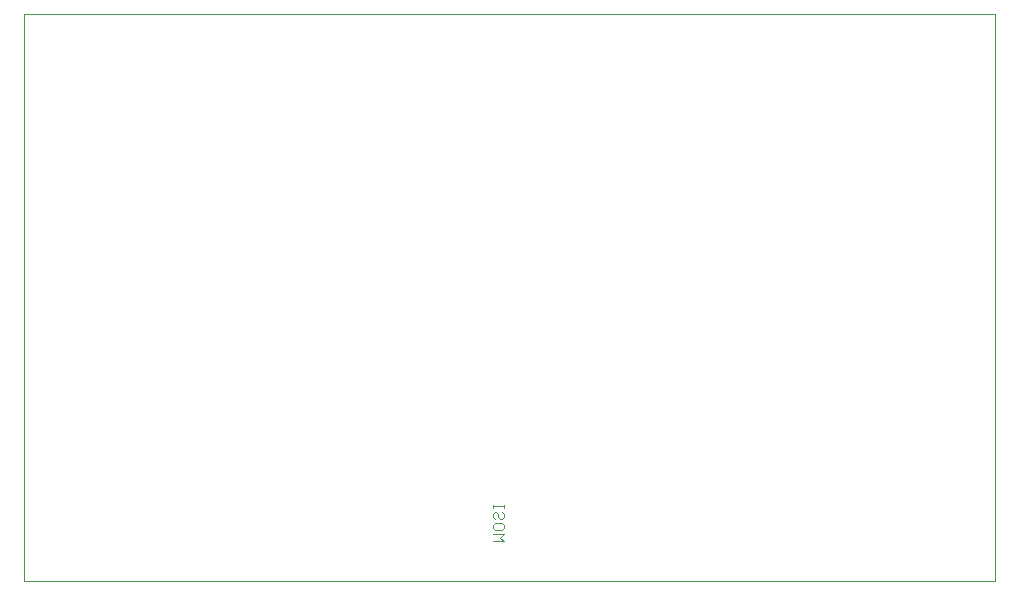
<source format=gbo>
G75*
G70*
%OFA0B0*%
%FSLAX24Y24*%
%IPPOS*%
%LPD*%
%AMOC8*
5,1,8,0,0,1.08239X$1,22.5*
%
%ADD10C,0.0000*%
%ADD11C,0.0030*%
D10*
X000628Y000100D02*
X000628Y018996D01*
X032998Y018996D01*
X032998Y000100D01*
X000628Y000100D01*
D11*
X016243Y001415D02*
X016613Y001415D01*
X016489Y001538D01*
X016613Y001662D01*
X016243Y001662D01*
X016304Y001783D02*
X016243Y001845D01*
X016243Y001968D01*
X016304Y002030D01*
X016551Y002030D01*
X016613Y001968D01*
X016613Y001845D01*
X016551Y001783D01*
X016304Y001783D01*
X016304Y002152D02*
X016243Y002213D01*
X016243Y002337D01*
X016304Y002399D01*
X016366Y002399D01*
X016428Y002337D01*
X016428Y002213D01*
X016489Y002152D01*
X016551Y002152D01*
X016613Y002213D01*
X016613Y002337D01*
X016551Y002399D01*
X016613Y002520D02*
X016613Y002643D01*
X016613Y002582D02*
X016243Y002582D01*
X016243Y002643D02*
X016243Y002520D01*
M02*

</source>
